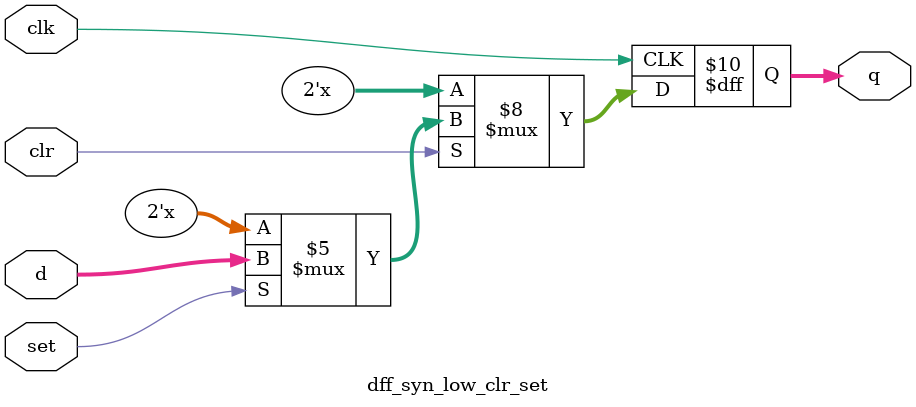
<source format=v>
`timescale 1ns / 1ps
module dff_syn_low_clr_set(clk,d,set,clr,q);
	input clr, set, clk;
	input [1:0] d;
	output reg [1:0]q;
	//output q_cmp;
	
	always @ (posedge clk) begin
		if(clr==1'b0) begin q<=2'bZZ; end //Clear
		else if(set==1'b0) begin q<=2'bZZ; end //Active Low Set
		else begin q<=d; end 
	end
	
	//assign q_cmp=~q;

endmodule

</source>
